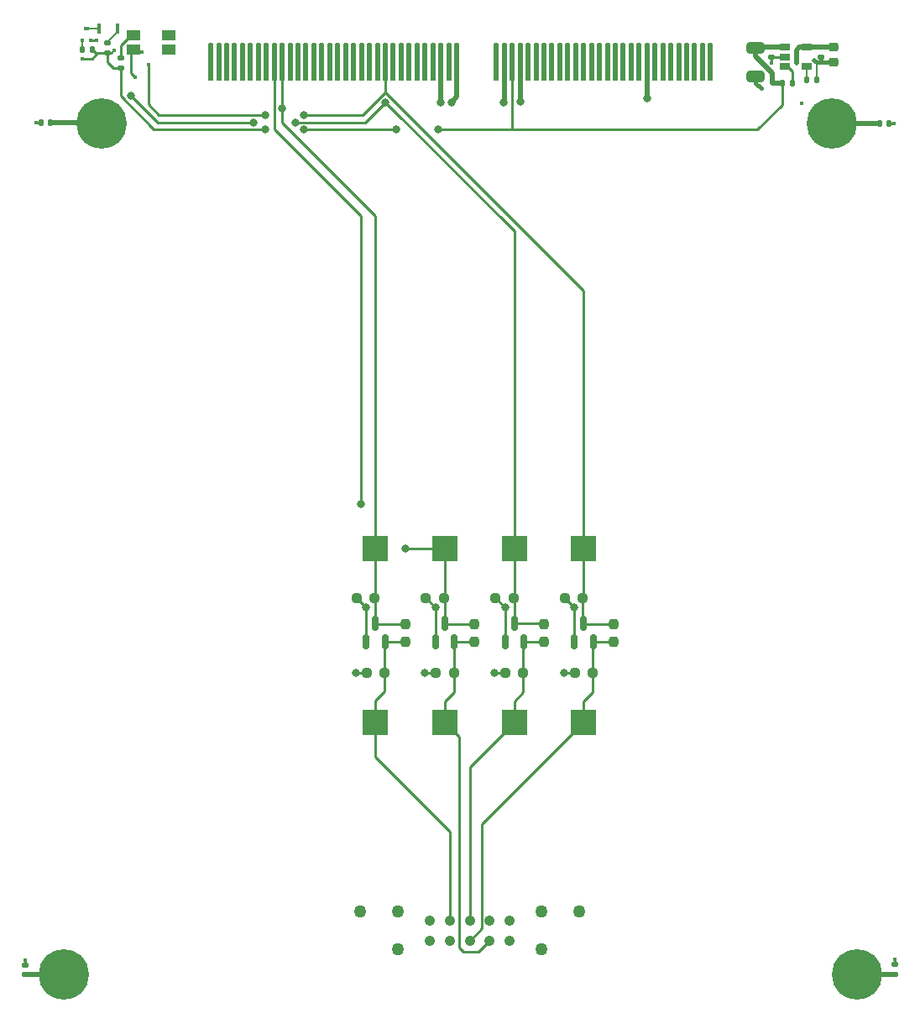
<source format=gbr>
%TF.GenerationSoftware,KiCad,Pcbnew,(6.0.1-0)*%
%TF.CreationDate,2022-02-08T16:02:54-05:00*%
%TF.ProjectId,FP Interface Card,46502049-6e74-4657-9266-616365204361,rev?*%
%TF.SameCoordinates,Original*%
%TF.FileFunction,Copper,L1,Top*%
%TF.FilePolarity,Positive*%
%FSLAX46Y46*%
G04 Gerber Fmt 4.6, Leading zero omitted, Abs format (unit mm)*
G04 Created by KiCad (PCBNEW (6.0.1-0)) date 2022-02-08 16:02:54*
%MOMM*%
%LPD*%
G01*
G04 APERTURE LIST*
G04 Aperture macros list*
%AMRoundRect*
0 Rectangle with rounded corners*
0 $1 Rounding radius*
0 $2 $3 $4 $5 $6 $7 $8 $9 X,Y pos of 4 corners*
0 Add a 4 corners polygon primitive as box body*
4,1,4,$2,$3,$4,$5,$6,$7,$8,$9,$2,$3,0*
0 Add four circle primitives for the rounded corners*
1,1,$1+$1,$2,$3*
1,1,$1+$1,$4,$5*
1,1,$1+$1,$6,$7*
1,1,$1+$1,$8,$9*
0 Add four rect primitives between the rounded corners*
20,1,$1+$1,$2,$3,$4,$5,0*
20,1,$1+$1,$4,$5,$6,$7,0*
20,1,$1+$1,$6,$7,$8,$9,0*
20,1,$1+$1,$8,$9,$2,$3,0*%
%AMFreePoly0*
4,1,12,0.105238,2.379067,0.194454,2.319454,0.254067,2.230238,0.275000,2.125000,0.275000,-1.400000,-0.275000,-1.400000,-0.275000,2.125000,-0.254067,2.230238,-0.194454,2.319454,-0.105238,2.379067,0.000000,2.400000,0.105238,2.379067,0.105238,2.379067,$1*%
G04 Aperture macros list end*
%TA.AperFunction,ComponentPad*%
%ADD10C,5.080000*%
%TD*%
%TA.AperFunction,SMDPad,CuDef*%
%ADD11R,0.370000X1.000000*%
%TD*%
%TA.AperFunction,SMDPad,CuDef*%
%ADD12R,1.400000X1.050000*%
%TD*%
%TA.AperFunction,SMDPad,CuDef*%
%ADD13FreePoly0,0.000000*%
%TD*%
%TA.AperFunction,SMDPad,CuDef*%
%ADD14RoundRect,0.140000X-0.140000X-0.170000X0.140000X-0.170000X0.140000X0.170000X-0.140000X0.170000X0*%
%TD*%
%TA.AperFunction,SMDPad,CuDef*%
%ADD15RoundRect,0.140000X0.140000X0.170000X-0.140000X0.170000X-0.140000X-0.170000X0.140000X-0.170000X0*%
%TD*%
%TA.AperFunction,SMDPad,CuDef*%
%ADD16RoundRect,0.140000X-0.170000X0.140000X-0.170000X-0.140000X0.170000X-0.140000X0.170000X0.140000X0*%
%TD*%
%TA.AperFunction,SMDPad,CuDef*%
%ADD17RoundRect,0.225000X-0.250000X0.225000X-0.250000X-0.225000X0.250000X-0.225000X0.250000X0.225000X0*%
%TD*%
%TA.AperFunction,SMDPad,CuDef*%
%ADD18RoundRect,0.250000X-0.650000X0.325000X-0.650000X-0.325000X0.650000X-0.325000X0.650000X0.325000X0*%
%TD*%
%TA.AperFunction,SMDPad,CuDef*%
%ADD19R,0.400000X0.450000*%
%TD*%
%TA.AperFunction,SMDPad,CuDef*%
%ADD20R,0.500000X0.450000*%
%TD*%
%TA.AperFunction,SMDPad,CuDef*%
%ADD21RoundRect,0.135000X0.185000X-0.135000X0.185000X0.135000X-0.185000X0.135000X-0.185000X-0.135000X0*%
%TD*%
%TA.AperFunction,SMDPad,CuDef*%
%ADD22RoundRect,0.135000X-0.135000X-0.185000X0.135000X-0.185000X0.135000X0.185000X-0.135000X0.185000X0*%
%TD*%
%TA.AperFunction,SMDPad,CuDef*%
%ADD23R,1.060000X0.650000*%
%TD*%
%TA.AperFunction,SMDPad,CuDef*%
%ADD24RoundRect,0.237500X0.237500X-0.250000X0.237500X0.250000X-0.237500X0.250000X-0.237500X-0.250000X0*%
%TD*%
%TA.AperFunction,SMDPad,CuDef*%
%ADD25R,2.500000X2.500000*%
%TD*%
%TA.AperFunction,SMDPad,CuDef*%
%ADD26RoundRect,0.150000X0.150000X-0.587500X0.150000X0.587500X-0.150000X0.587500X-0.150000X-0.587500X0*%
%TD*%
%TA.AperFunction,SMDPad,CuDef*%
%ADD27RoundRect,0.237500X-0.250000X-0.237500X0.250000X-0.237500X0.250000X0.237500X-0.250000X0.237500X0*%
%TD*%
%TA.AperFunction,ComponentPad*%
%ADD28C,1.070000*%
%TD*%
%TA.AperFunction,ComponentPad*%
%ADD29C,1.270000*%
%TD*%
%TA.AperFunction,ViaPad*%
%ADD30C,0.508000*%
%TD*%
%TA.AperFunction,ViaPad*%
%ADD31C,0.381000*%
%TD*%
%TA.AperFunction,ViaPad*%
%ADD32C,0.800000*%
%TD*%
%TA.AperFunction,Conductor*%
%ADD33C,0.508000*%
%TD*%
%TA.AperFunction,Conductor*%
%ADD34C,0.254000*%
%TD*%
%TA.AperFunction,Conductor*%
%ADD35C,0.203200*%
%TD*%
%TA.AperFunction,Conductor*%
%ADD36C,0.250000*%
%TD*%
%TA.AperFunction,Conductor*%
%ADD37C,0.381000*%
%TD*%
G04 APERTURE END LIST*
D10*
%TO.P,H2,1,1*%
%TO.N,/CHS*%
X82540000Y90810000D03*
%TD*%
%TO.P,H1,1,1*%
%TO.N,/CHS*%
X8880000Y90810000D03*
%TD*%
D11*
%TO.P,D3,1,K*%
%TO.N,Net-(D3-Pad1)*%
X8623778Y100375720D03*
%TO.P,D3,2,A*%
%TO.N,Net-(D3-Pad2)*%
X10483778Y100375720D03*
%TD*%
D12*
%TO.P,SW1,*%
%TO.N,*%
X15653770Y99750833D03*
X15653770Y98300833D03*
%TO.P,SW1,1,1*%
%TO.N,/SW_NO*%
X12053770Y99750833D03*
%TO.P,SW1,2,2*%
%TO.N,GND*%
X12053770Y98300833D03*
%TD*%
D13*
%TO.P,P1,2,Pin_2*%
%TO.N,/SEP2*%
X19883820Y96562847D03*
%TO.P,P1,4,Pin_4*%
%TO.N,/+X_SOLAR_TLE*%
X20683820Y96562847D03*
%TO.P,P1,6,Pin_6*%
%TO.N,/+X_SOLAR_RTN*%
X21483820Y96562847D03*
%TO.P,P1,8,Pin_8*%
%TO.N,/+X_SOLAR_PWR*%
X22283820Y96562847D03*
%TO.P,P1,10,Pin_10*%
%TO.N,/H1-2*%
X23083820Y96562847D03*
%TO.P,P1,12,Pin_12*%
%TO.N,/H2-2*%
X23883820Y96562847D03*
%TO.P,P1,14,Pin_14*%
%TO.N,/H1-4*%
X24683820Y96562847D03*
%TO.P,P1,16,Pin_16*%
%TO.N,/H2-4*%
X25483820Y96562847D03*
%TO.P,P1,18,Pin_18*%
%TO.N,/H1-6*%
X26283820Y96562847D03*
%TO.P,P1,20,Pin_20*%
%TO.N,/H2-6*%
X27083820Y96562847D03*
%TO.P,P1,22,Pin_22*%
%TO.N,/H1-8*%
X27883820Y96562847D03*
%TO.P,P1,24,Pin_24*%
%TO.N,/H2-8*%
X28683820Y96562847D03*
%TO.P,P1,26,Pin_26*%
%TO.N,/H1-10*%
X29483820Y96562847D03*
%TO.P,P1,28,Pin_28*%
%TO.N,/H2-10*%
X30283820Y96562847D03*
%TO.P,P1,30,Pin_30*%
%TO.N,/H1-12*%
X31083820Y96562847D03*
%TO.P,P1,32,Pin_32*%
%TO.N,/H2-12*%
X31883820Y96562847D03*
%TO.P,P1,34,Pin_34*%
%TO.N,/H1-14*%
X32683820Y96562847D03*
%TO.P,P1,36,Pin_36*%
%TO.N,/H2-14*%
X33483820Y96562847D03*
%TO.P,P1,38,Pin_38*%
%TO.N,/H1-16*%
X34283820Y96562847D03*
%TO.P,P1,40,Pin_40*%
%TO.N,/H2-16*%
X35083820Y96562847D03*
%TO.P,P1,42,Pin_42*%
%TO.N,/H1-18*%
X35883820Y96562847D03*
%TO.P,P1,44,Pin_44*%
%TO.N,/H2-18*%
X36683820Y96562847D03*
%TO.P,P1,46,Pin_46*%
%TO.N,/H1-20*%
X37483820Y96562847D03*
%TO.P,P1,48,Pin_48*%
%TO.N,/H2-20*%
X38283820Y96562847D03*
%TO.P,P1,50,Pin_50*%
%TO.N,/H1-22*%
X39083820Y96562847D03*
%TO.P,P1,52,Pin_52*%
%TO.N,/H2-22*%
X39883820Y96562847D03*
%TO.P,P1,54,Pin_54*%
%TO.N,/H1-24*%
X40683820Y96562847D03*
%TO.P,P1,56,Pin_56*%
%TO.N,/H2-24*%
X41483820Y96562847D03*
%TO.P,P1,58,Pin_58*%
%TO.N,/H1-26*%
X42283820Y96562847D03*
%TO.P,P1,60,Pin_60*%
%TO.N,+5V*%
X43083820Y96562847D03*
%TO.P,P1,62,Pin_62*%
%TO.N,/H1-28*%
X43883820Y96562847D03*
%TO.P,P1,64,Pin_64*%
%TO.N,+3V3*%
X44683820Y96562847D03*
%TO.P,P1,66,Pin_66*%
%TO.N,/H1-30*%
X48683820Y96562847D03*
%TO.P,P1,68,Pin_68*%
%TO.N,GND*%
X49483820Y96562847D03*
%TO.P,P1,70,Pin_70*%
%TO.N,/5V_USB*%
X50283820Y96562847D03*
%TO.P,P1,72,Pin_72*%
%TO.N,GND*%
X51083820Y96562847D03*
%TO.P,P1,74,Pin_74*%
%TO.N,/H1-34*%
X51883820Y96562847D03*
%TO.P,P1,76,Pin_76*%
%TO.N,/H2-34*%
X52683820Y96562847D03*
%TO.P,P1,78,Pin_78*%
%TO.N,/H1-36*%
X53483820Y96562847D03*
%TO.P,P1,80,Pin_80*%
%TO.N,/H2-36*%
X54283820Y96562847D03*
%TO.P,P1,82,Pin_82*%
%TO.N,/H1-38*%
X55083820Y96562847D03*
%TO.P,P1,84,Pin_84*%
%TO.N,/H2-38*%
X55883820Y96562847D03*
%TO.P,P1,86,Pin_86*%
%TO.N,/H1-40*%
X56683820Y96562847D03*
%TO.P,P1,88,Pin_88*%
%TO.N,/H2-40*%
X57483820Y96562847D03*
%TO.P,P1,90,Pin_90*%
%TO.N,/H1-42*%
X58283820Y96562847D03*
%TO.P,P1,92,Pin_92*%
%TO.N,/H2-42*%
X59083820Y96562847D03*
%TO.P,P1,94,Pin_94*%
%TO.N,/H1-44*%
X59883820Y96562847D03*
%TO.P,P1,96,Pin_96*%
%TO.N,/H2-44*%
X60683820Y96562847D03*
%TO.P,P1,98,Pin_98*%
%TO.N,/H1-46*%
X61483820Y96562847D03*
%TO.P,P1,100,Pin_100*%
%TO.N,/H2-46*%
X62283820Y96562847D03*
%TO.P,P1,102,Pin_102*%
%TO.N,/USER_1*%
X63083820Y96562847D03*
%TO.P,P1,104,Pin_104*%
%TO.N,GND*%
X63883820Y96562847D03*
%TO.P,P1,106,Pin_106*%
%TO.N,/H1-50*%
X64683820Y96562847D03*
%TO.P,P1,108,Pin_108*%
%TO.N,/H2-50*%
X65483820Y96562847D03*
%TO.P,P1,110,Pin_110*%
%TO.N,/H1-52*%
X66283820Y96562847D03*
%TO.P,P1,112,Pin_112*%
%TO.N,/H2-52*%
X67083820Y96562847D03*
%TO.P,P1,114,Pin_114*%
%TO.N,/-X_SOLAR_TLE*%
X67883820Y96562847D03*
%TO.P,P1,116,Pin_116*%
%TO.N,/-X_SOLAR_RTN*%
X68683820Y96562847D03*
%TO.P,P1,118,Pin_118*%
%TO.N,/-X_SOLAR_PWR*%
X69483820Y96562847D03*
%TO.P,P1,120,Pin_120*%
%TO.N,/SEP4*%
X70283820Y96562847D03*
%TD*%
D14*
%TO.P,C7,1*%
%TO.N,GND*%
X2758500Y90932000D03*
%TO.P,C7,2*%
%TO.N,/CHS*%
X3718500Y90932000D03*
%TD*%
D15*
%TO.P,C8,1*%
%TO.N,GND*%
X88300500Y90805000D03*
%TO.P,C8,2*%
%TO.N,/CHS*%
X87340500Y90805000D03*
%TD*%
D16*
%TO.P,C9,1*%
%TO.N,GND*%
X88900000Y6068000D03*
%TO.P,C9,2*%
%TO.N,/CHS*%
X88900000Y5108000D03*
%TD*%
%TO.P,C10,1*%
%TO.N,GND*%
X1143000Y6004500D03*
%TO.P,C10,2*%
%TO.N,/CHS*%
X1143000Y5044500D03*
%TD*%
D17*
%TO.P,C3,1*%
%TO.N,Net-(C3-Pad1)*%
X82702400Y98539600D03*
%TO.P,C3,2*%
%TO.N,GND*%
X82702400Y96989600D03*
%TD*%
D16*
%TO.P,C4,1*%
%TO.N,Net-(C3-Pad1)*%
X81407000Y98524000D03*
%TO.P,C4,2*%
%TO.N,GND*%
X81407000Y97564000D03*
%TD*%
%TO.P,C1,1*%
%TO.N,/5V_USB*%
X76428600Y98524000D03*
%TO.P,C1,2*%
%TO.N,GND*%
X76428600Y97564000D03*
%TD*%
D18*
%TO.P,C2,1*%
%TO.N,/5V_USB*%
X74803000Y98503000D03*
%TO.P,C2,2*%
%TO.N,GND*%
X74803000Y95553000D03*
%TD*%
D10*
%TO.P,H3,1,1*%
%TO.N,/CHS*%
X85080000Y5080000D03*
%TD*%
%TO.P,H4,1,1*%
%TO.N,/CHS*%
X5080000Y5080000D03*
%TD*%
D19*
%TO.P,Q7,1,B*%
%TO.N,Net-(Q7-Pad1)*%
X6940600Y99221600D03*
%TO.P,Q7,2,E*%
%TO.N,GND*%
X7740600Y99221600D03*
D20*
%TO.P,Q7,3,C*%
%TO.N,Net-(D3-Pad1)*%
X7340600Y100371600D03*
%TD*%
D21*
%TO.P,R24,1*%
%TO.N,/5V_USB*%
X10795000Y96454500D03*
%TO.P,R24,2*%
%TO.N,/SW_NO*%
X10795000Y97474500D03*
%TD*%
D22*
%TO.P,R22,1*%
%TO.N,Net-(Q7-Pad1)*%
X6932200Y98272600D03*
%TO.P,R22,2*%
%TO.N,/5V_USB*%
X7952200Y98272600D03*
%TD*%
D21*
%TO.P,R18,1*%
%TO.N,/5V_USB*%
X9423400Y97991200D03*
%TO.P,R18,2*%
%TO.N,Net-(D3-Pad2)*%
X9423400Y99011200D03*
%TD*%
D22*
%TO.P,R13,1*%
%TO.N,/5V_USB*%
X77493400Y94869000D03*
%TO.P,R13,2*%
%TO.N,/~{USB_FLAG}*%
X78513400Y94869000D03*
%TD*%
D23*
%TO.P,U1,1,OUT*%
%TO.N,/5V_USB*%
X77817800Y98511400D03*
%TO.P,U1,2,GND*%
%TO.N,GND*%
X77817800Y97561400D03*
%TO.P,U1,3,~{FLG}*%
%TO.N,/~{USB_FLAG}*%
X77817800Y96611400D03*
%TO.P,U1,4,~{EN}*%
%TO.N,/~{USB_EN}*%
X80017800Y96611400D03*
%TO.P,U1,5,IN*%
%TO.N,Net-(C3-Pad1)*%
X80017800Y98511400D03*
%TD*%
D22*
%TO.P,R14,1*%
%TO.N,/~{USB_EN}*%
X80008000Y95250000D03*
%TO.P,R14,2*%
%TO.N,GND*%
X81028000Y95250000D03*
%TD*%
D24*
%TO.P,R12,1*%
%TO.N,/RXD*%
X60500000Y38587500D03*
%TO.P,R12,2*%
%TO.N,/H1-20*%
X60500000Y40412500D03*
%TD*%
D25*
%TO.P,TP8,1,1*%
%TO.N,/RXD*%
X57500000Y30500000D03*
%TD*%
D26*
%TO.P,Q4,1,G*%
%TO.N,+3V3*%
X56550000Y38562500D03*
%TO.P,Q4,2,S*%
%TO.N,/RXD*%
X58450000Y38562500D03*
%TO.P,Q4,3,D*%
%TO.N,/H1-20*%
X57500000Y40437500D03*
%TD*%
D25*
%TO.P,TP5,1,1*%
%TO.N,/H1-19*%
X50500000Y48000000D03*
%TD*%
D27*
%TO.P,R9,1*%
%TO.N,+3V3*%
X55587500Y43000000D03*
%TO.P,R9,2*%
%TO.N,/H1-20*%
X57412500Y43000000D03*
%TD*%
D26*
%TO.P,Q3,1,G*%
%TO.N,+3V3*%
X42550000Y38562500D03*
%TO.P,Q3,2,S*%
%TO.N,/RESET*%
X44450000Y38562500D03*
%TO.P,Q3,3,D*%
%TO.N,/H1-6*%
X43500000Y40437500D03*
%TD*%
D25*
%TO.P,TP2,1,1*%
%TO.N,/H2-6*%
X36500000Y48000000D03*
%TD*%
D27*
%TO.P,R3,1*%
%TO.N,+3V3*%
X48587500Y43000000D03*
%TO.P,R3,2*%
%TO.N,/H1-19*%
X50412500Y43000000D03*
%TD*%
D26*
%TO.P,Q2,1,G*%
%TO.N,+3V3*%
X49550000Y38562500D03*
%TO.P,Q2,2,S*%
%TO.N,/TXD*%
X51450000Y38562500D03*
%TO.P,Q2,3,D*%
%TO.N,/H1-19*%
X50500000Y40437500D03*
%TD*%
%TO.P,Q1,1,G*%
%TO.N,+3V3*%
X35550000Y38562500D03*
%TO.P,Q1,2,S*%
%TO.N,/SERVO_PWR_CTRL*%
X37450000Y38562500D03*
%TO.P,Q1,3,D*%
%TO.N,/H2-6*%
X36500000Y40437500D03*
%TD*%
D25*
%TO.P,TP3,1,1*%
%TO.N,/RESET*%
X43500000Y30500000D03*
%TD*%
D27*
%TO.P,R10,1*%
%TO.N,+5V*%
X56587500Y35500000D03*
%TO.P,R10,2*%
%TO.N,/RXD*%
X58412500Y35500000D03*
%TD*%
D24*
%TO.P,R11,1*%
%TO.N,/RESET*%
X46500000Y38587500D03*
%TO.P,R11,2*%
%TO.N,/H1-6*%
X46500000Y40412500D03*
%TD*%
D25*
%TO.P,TP7,1,1*%
%TO.N,/TXD*%
X50500000Y30500000D03*
%TD*%
D27*
%TO.P,R7,1*%
%TO.N,+3V3*%
X41587500Y43000000D03*
%TO.P,R7,2*%
%TO.N,/H1-6*%
X43412500Y43000000D03*
%TD*%
D25*
%TO.P,TP6,1,1*%
%TO.N,/H1-20*%
X57500000Y48000000D03*
%TD*%
D27*
%TO.P,R8,1*%
%TO.N,+5V*%
X42587500Y35500000D03*
%TO.P,R8,2*%
%TO.N,/RESET*%
X44412500Y35500000D03*
%TD*%
D25*
%TO.P,TP4,1,1*%
%TO.N,/SERVO_PWR_CTRL*%
X36500000Y30500000D03*
%TD*%
D27*
%TO.P,R4,1*%
%TO.N,+5V*%
X49587500Y35500000D03*
%TO.P,R4,2*%
%TO.N,/TXD*%
X51412500Y35500000D03*
%TD*%
%TO.P,R2,1*%
%TO.N,+5V*%
X35587500Y35500000D03*
%TO.P,R2,2*%
%TO.N,/SERVO_PWR_CTRL*%
X37412500Y35500000D03*
%TD*%
D28*
%TO.P,J1,1,Pin_1*%
%TO.N,GND*%
X42000010Y8499999D03*
%TO.P,J1,2,Pin_2*%
X42000010Y10499999D03*
%TO.P,J1,3,Pin_3*%
X44000010Y8499999D03*
%TO.P,J1,4,Pin_4*%
%TO.N,/SERVO_PWR_CTRL*%
X44000010Y10499999D03*
%TO.P,J1,5,Pin_5*%
%TO.N,/RXD*%
X46000010Y8499999D03*
%TO.P,J1,6,Pin_6*%
%TO.N,/TXD*%
X46000010Y10499999D03*
%TO.P,J1,7,Pin_7*%
%TO.N,/RESET*%
X48000010Y8499999D03*
%TO.P,J1,8,Pin_8*%
%TO.N,+5V*%
X48000010Y10499999D03*
%TO.P,J1,9,Pin_9*%
X50000010Y8499999D03*
%TO.P,J1,10,Pin_10*%
X50000010Y10499999D03*
D29*
%TO.P,J1,B*%
%TO.N,N/C*%
X53240010Y11404999D03*
X53240010Y7594999D03*
X57050010Y11404999D03*
X38760010Y11404999D03*
X34950010Y11404999D03*
X38760010Y7594999D03*
%TD*%
D27*
%TO.P,R1,1*%
%TO.N,+3V3*%
X34587500Y43000000D03*
%TO.P,R1,2*%
%TO.N,/H2-6*%
X36412500Y43000000D03*
%TD*%
D25*
%TO.P,TP1,1,1*%
%TO.N,/H1-6*%
X43500000Y48000000D03*
%TD*%
D24*
%TO.P,R6,1*%
%TO.N,/TXD*%
X53500000Y38587500D03*
%TO.P,R6,2*%
%TO.N,/H1-19*%
X53500000Y40412500D03*
%TD*%
%TO.P,R5,1*%
%TO.N,/SERVO_PWR_CTRL*%
X39500000Y38587500D03*
%TO.P,R5,2*%
%TO.N,/H2-6*%
X39500000Y40412500D03*
%TD*%
D30*
%TO.N,Net-(C3-Pad1)*%
X78930500Y96901000D03*
D31*
%TO.N,/5V_USB*%
X10096500Y98171000D03*
D32*
X29300000Y90250000D03*
X42800000Y90250000D03*
X25400000Y90250000D03*
X38600000Y90250000D03*
D31*
X6959600Y97383600D03*
D32*
%TO.N,/H2-6*%
X27083820Y92383820D03*
%TO.N,/H1-6*%
X39500000Y48000000D03*
X35000000Y52500000D03*
D31*
%TO.N,GND*%
X88773000Y90805000D03*
D32*
X51083820Y93016180D03*
D31*
X79499400Y92839600D03*
X76454000Y96964500D03*
D32*
X63900000Y93350000D03*
X49450000Y93000000D03*
D31*
X88900000Y6604000D03*
X12255500Y95504000D03*
D30*
X75374500Y94361000D03*
D31*
X2286000Y90932000D03*
X12890500Y98018600D03*
X1143000Y6477000D03*
D30*
X80772000Y97218500D03*
D31*
X8331200Y99187000D03*
D32*
%TO.N,/H1-19*%
X28400000Y90950000D03*
X24200000Y90950000D03*
X11800000Y93650000D03*
X37500000Y93000000D03*
%TO.N,/H1-20*%
X25400000Y91700000D03*
X29300000Y91700000D03*
D31*
X13589000Y96774000D03*
D32*
%TO.N,+5V*%
X43100000Y93000000D03*
X41500000Y35500000D03*
X55500000Y35500000D03*
X48500000Y35500000D03*
X34500000Y35500000D03*
%TO.N,+3V3*%
X44150000Y93000000D03*
X49550000Y42037500D03*
X56550000Y42037500D03*
X42550000Y42037500D03*
X35550000Y42037500D03*
%TD*%
D33*
%TO.N,/CHS*%
X3718500Y90932000D02*
X8758000Y90932000D01*
X85108000Y5108000D02*
X85080000Y5080000D01*
X1143000Y5044500D02*
X5044500Y5044500D01*
X5044500Y5044500D02*
X5080000Y5080000D01*
X8758000Y90932000D02*
X8880000Y90810000D01*
X88900000Y5108000D02*
X85108000Y5108000D01*
X82545000Y90805000D02*
X82540000Y90810000D01*
X87340500Y90805000D02*
X82545000Y90805000D01*
%TO.N,Net-(C3-Pad1)*%
X80046000Y98539600D02*
X80017800Y98511400D01*
X82702400Y98539600D02*
X80046000Y98539600D01*
X79207400Y98511400D02*
X80017800Y98511400D01*
X78930500Y98234500D02*
X79207400Y98511400D01*
X78930500Y96901000D02*
X78930500Y98234500D01*
D34*
%TO.N,/5V_USB*%
X10795000Y93605000D02*
X14150000Y90250000D01*
D33*
X77817800Y98511400D02*
X74811400Y98511400D01*
D34*
X75000000Y90250000D02*
X50250000Y90250000D01*
D33*
X77491400Y94871000D02*
X77493400Y94869000D01*
D34*
X6959600Y97383600D02*
X7912100Y97383600D01*
X8519700Y97991200D02*
X8382000Y97853500D01*
X38600000Y90250000D02*
X29300000Y90250000D01*
D35*
X9916700Y97991200D02*
X10096500Y98171000D01*
D34*
X25400000Y90250000D02*
X14150000Y90250000D01*
X9423400Y97066100D02*
X9423400Y97991200D01*
D33*
X74803000Y98503000D02*
X74803000Y97599500D01*
D34*
X10795000Y96454500D02*
X10035000Y96454500D01*
X10795000Y96454500D02*
X10795000Y93605000D01*
X77493400Y94869000D02*
X77493400Y92743400D01*
X50283820Y96562847D02*
X50283820Y90283820D01*
D33*
X76504800Y94871000D02*
X77491400Y94871000D01*
D34*
X10035000Y96454500D02*
X9423400Y97066100D01*
D33*
X74803000Y97599500D02*
X76504800Y95897700D01*
D34*
X9423400Y97991200D02*
X8519700Y97991200D01*
X50283820Y90283820D02*
X50250000Y90250000D01*
X7912100Y97383600D02*
X8382000Y97853500D01*
X77493400Y92743400D02*
X75000000Y90250000D01*
X7962900Y98272600D02*
X8382000Y97853500D01*
X7952200Y98272600D02*
X7962900Y98272600D01*
D33*
X76504800Y95897700D02*
X76504800Y94871000D01*
D34*
X50250000Y90250000D02*
X42800000Y90250000D01*
X9423400Y97991200D02*
X9895300Y97991200D01*
D33*
X74811400Y98511400D02*
X74803000Y98503000D01*
D35*
X9423400Y97991200D02*
X9916700Y97991200D01*
D36*
%TO.N,/H2-6*%
X27083820Y92383820D02*
X27083820Y90916180D01*
X36500000Y40437500D02*
X36500000Y42912500D01*
X36500000Y42912500D02*
X36412500Y43000000D01*
X36412500Y43000000D02*
X36500000Y43087500D01*
X36525000Y40412500D02*
X36500000Y40437500D01*
X27083820Y96562847D02*
X27083820Y92383820D01*
X39500000Y40412500D02*
X36525000Y40412500D01*
X36500000Y81500000D02*
X36500000Y48000000D01*
X36500000Y43087500D02*
X36500000Y48000000D01*
X27083820Y90916180D02*
X36500000Y81500000D01*
%TO.N,/H1-6*%
X35000000Y81500000D02*
X26283820Y90216180D01*
X43500000Y40437500D02*
X43500000Y42912500D01*
X43500000Y42912500D02*
X43412500Y43000000D01*
X46500000Y40412500D02*
X43525000Y40412500D01*
X43525000Y40412500D02*
X43500000Y40437500D01*
X26283820Y90216180D02*
X26283820Y96562847D01*
X43500000Y48000000D02*
X39500000Y48000000D01*
X43500000Y43087500D02*
X43500000Y48000000D01*
X43412500Y43000000D02*
X43500000Y43087500D01*
X35000000Y52500000D02*
X35000000Y81500000D01*
D34*
%TO.N,/SW_NO*%
X11867288Y99750833D02*
X12053770Y99750833D01*
X10795000Y97474500D02*
X10795000Y98678545D01*
X10795000Y98678545D02*
X11867288Y99750833D01*
D35*
X11841433Y99750833D02*
X12053770Y99750833D01*
X12053770Y99750833D02*
X11878770Y99750833D01*
D34*
%TO.N,/~{USB_FLAG}*%
X78013600Y96611400D02*
X78513400Y96111600D01*
X77817800Y96611400D02*
X78013600Y96611400D01*
X78513400Y96111600D02*
X78513400Y94869000D01*
D35*
%TO.N,/~{USB_EN}*%
X80017800Y96611400D02*
X80017800Y95259800D01*
X80017800Y95259800D02*
X80008000Y95250000D01*
%TO.N,Net-(D3-Pad1)*%
X8619658Y100371600D02*
X8623778Y100375720D01*
X7340600Y100371600D02*
X8619658Y100371600D01*
%TO.N,Net-(D3-Pad2)*%
X10483778Y100094978D02*
X10483778Y100375720D01*
X9423400Y99034600D02*
X10483778Y100094978D01*
X9423400Y99011200D02*
X9423400Y99034600D01*
D33*
%TO.N,GND*%
X63883820Y96562847D02*
X63883820Y93366180D01*
D37*
X74803000Y95553000D02*
X74803000Y94932500D01*
D34*
X8296600Y99221600D02*
X8331200Y99187000D01*
D37*
X74803000Y94932500D02*
X75374500Y94361000D01*
D36*
X12053770Y98300833D02*
X11852699Y98099762D01*
X2758500Y90932000D02*
X2286000Y90932000D01*
D35*
X81028000Y96962500D02*
X80772000Y97218500D01*
D33*
X63883820Y93366180D02*
X63900000Y93350000D01*
D36*
X88300500Y90805000D02*
X88773000Y90805000D01*
D34*
X81407000Y96964500D02*
X82677300Y96964500D01*
D35*
X12336003Y98018600D02*
X12053770Y98300833D01*
D37*
X80962500Y97028000D02*
X81407000Y97028000D01*
D36*
X88900000Y6068000D02*
X88900000Y6604000D01*
D34*
X82677300Y96964500D02*
X82702400Y96989600D01*
X77817800Y97561400D02*
X76431200Y97561400D01*
D37*
X82664000Y97028000D02*
X82702400Y96989600D01*
D34*
X81407000Y97564000D02*
X81407000Y96964500D01*
D37*
X80772000Y97218500D02*
X80962500Y97028000D01*
D34*
X76431200Y97561400D02*
X76428600Y97564000D01*
X76428600Y97564000D02*
X76428600Y96989900D01*
D35*
X12890500Y98018600D02*
X12336003Y98018600D01*
D33*
X49483820Y96562847D02*
X49483820Y93033820D01*
X49483820Y93033820D02*
X49450000Y93000000D01*
X51083820Y96562847D02*
X51083820Y93016180D01*
D35*
X81028000Y95250000D02*
X81028000Y96962500D01*
D37*
X81407000Y97028000D02*
X82664000Y97028000D01*
D36*
X1143000Y6004500D02*
X1143000Y6477000D01*
D37*
X81407000Y97564000D02*
X81407000Y97028000D01*
D36*
X11852699Y98099762D02*
X11852699Y95906801D01*
X11852699Y95906801D02*
X12255500Y95504000D01*
D34*
X76428600Y96989900D02*
X76454000Y96964500D01*
X7740600Y99221600D02*
X8296600Y99221600D01*
D36*
%TO.N,/SERVO_PWR_CTRL*%
X37412500Y35500000D02*
X37412500Y33587500D01*
X37450000Y38562500D02*
X39475000Y38562500D01*
X37412500Y33587500D02*
X36500000Y32675000D01*
D34*
X44000000Y19500000D02*
X36500000Y27000000D01*
X36500000Y27000000D02*
X36500000Y30500000D01*
D36*
X37412500Y38525000D02*
X37450000Y38562500D01*
D34*
X44000000Y10500000D02*
X44000000Y19500000D01*
D36*
X37412500Y35500000D02*
X37412500Y38525000D01*
X39475000Y38562500D02*
X39500000Y38587500D01*
X36500000Y32675000D02*
X36500000Y30500000D01*
%TO.N,/RXD*%
X58412500Y38525000D02*
X58450000Y38562500D01*
X58412500Y35412500D02*
X58412500Y33500000D01*
X57500000Y32587500D02*
X57500000Y30412500D01*
D34*
X47196979Y14996979D02*
X47196979Y20196979D01*
X47196979Y20196979D02*
X57500000Y30500000D01*
D36*
X47196979Y9696968D02*
X46000010Y8499999D01*
X47196979Y14996979D02*
X47196979Y9696968D01*
X58412500Y33500000D02*
X57500000Y32587500D01*
X58450000Y38562500D02*
X60475000Y38562500D01*
X58412500Y35500000D02*
X58412500Y38525000D01*
X60475000Y38562500D02*
X60500000Y38587500D01*
%TO.N,/TXD*%
X51450000Y38562500D02*
X53475000Y38562500D01*
X51412500Y35500000D02*
X51412500Y38525000D01*
X53475000Y38562500D02*
X53500000Y38587500D01*
D34*
X46000000Y26000000D02*
X50500000Y30500000D01*
X46000000Y10500000D02*
X46000000Y26000000D01*
D36*
X51412500Y38525000D02*
X51450000Y38562500D01*
X50500000Y32587500D02*
X50500000Y30412500D01*
X51412500Y35412500D02*
X51412500Y33500000D01*
X51412500Y33500000D02*
X50500000Y32587500D01*
%TO.N,/RESET*%
X46475000Y38562500D02*
X46500000Y38587500D01*
D34*
X44932178Y29067822D02*
X44932178Y7817822D01*
X46900011Y7400000D02*
X48000010Y8499999D01*
X43500000Y30500000D02*
X44932178Y29067822D01*
X45350000Y7400000D02*
X46900011Y7400000D01*
D36*
X44412500Y38525000D02*
X44450000Y38562500D01*
X44450000Y38562500D02*
X46475000Y38562500D01*
X44412500Y35412500D02*
X44412500Y33500000D01*
D34*
X44932178Y7817822D02*
X45350000Y7400000D01*
D36*
X44412500Y33500000D02*
X43500000Y32587500D01*
X43500000Y32587500D02*
X43500000Y30412500D01*
X44412500Y35500000D02*
X44412500Y38525000D01*
D34*
%TO.N,/H1-19*%
X14500000Y90950000D02*
X24200000Y90950000D01*
D36*
X50500000Y48000000D02*
X50500000Y80000000D01*
X50500000Y42912500D02*
X50412500Y43000000D01*
X50500000Y80000000D02*
X37500000Y93000000D01*
X50500000Y43087500D02*
X50500000Y48000000D01*
D34*
X11800000Y93650000D02*
X14500000Y90950000D01*
D36*
X50500000Y40437500D02*
X50500000Y42912500D01*
D34*
X35450000Y90950000D02*
X37500000Y93000000D01*
D36*
X50412500Y43000000D02*
X50500000Y43087500D01*
D34*
X28400000Y90950000D02*
X35450000Y90950000D01*
D36*
X53475000Y40437500D02*
X53500000Y40412500D01*
X50500000Y40437500D02*
X53475000Y40437500D01*
D34*
%TO.N,/H1-20*%
X13589000Y92761000D02*
X14650000Y91700000D01*
X14650000Y91700000D02*
X25400000Y91700000D01*
D36*
X57412500Y43000000D02*
X57500000Y43087500D01*
X57412500Y40525000D02*
X57500000Y40437500D01*
X60500000Y40412500D02*
X57525000Y40412500D01*
X57500000Y74000000D02*
X57500000Y48000000D01*
X57525000Y40412500D02*
X57500000Y40437500D01*
X57412500Y43000000D02*
X57412500Y40525000D01*
D34*
X29300000Y91700000D02*
X35167640Y91700000D01*
D36*
X37483820Y96562847D02*
X37483820Y94016180D01*
D34*
X13589000Y96774000D02*
X13589000Y92761000D01*
X35167640Y91700000D02*
X37483820Y94016180D01*
D36*
X57500000Y43087500D02*
X57500000Y48000000D01*
X37483820Y94016180D02*
X57500000Y74000000D01*
%TO.N,+5V*%
X35587500Y35500000D02*
X34500000Y35500000D01*
D33*
X43083820Y96562847D02*
X43083820Y93016180D01*
X43083820Y93016180D02*
X43100000Y93000000D01*
D36*
X56587500Y35500000D02*
X55500000Y35500000D01*
X42587500Y35500000D02*
X41500000Y35500000D01*
X49587500Y35500000D02*
X48500000Y35500000D01*
%TO.N,+3V3*%
X42550000Y38562500D02*
X42550000Y42037500D01*
X35550000Y42037500D02*
X34587500Y43000000D01*
X35550000Y38562500D02*
X35550000Y42037500D01*
X56550000Y42037500D02*
X55587500Y43000000D01*
X49550000Y38562500D02*
X49550000Y42037500D01*
X56550000Y38562500D02*
X56550000Y42037500D01*
X42550000Y42037500D02*
X41587500Y43000000D01*
X49550000Y42037500D02*
X48587500Y43000000D01*
D33*
X44683820Y93533820D02*
X44150000Y93000000D01*
X44683820Y96562847D02*
X44683820Y93533820D01*
D35*
%TO.N,Net-(Q7-Pad1)*%
X6940600Y98281000D02*
X6932200Y98272600D01*
X6940600Y99221600D02*
X6940600Y98281000D01*
%TD*%
M02*

</source>
